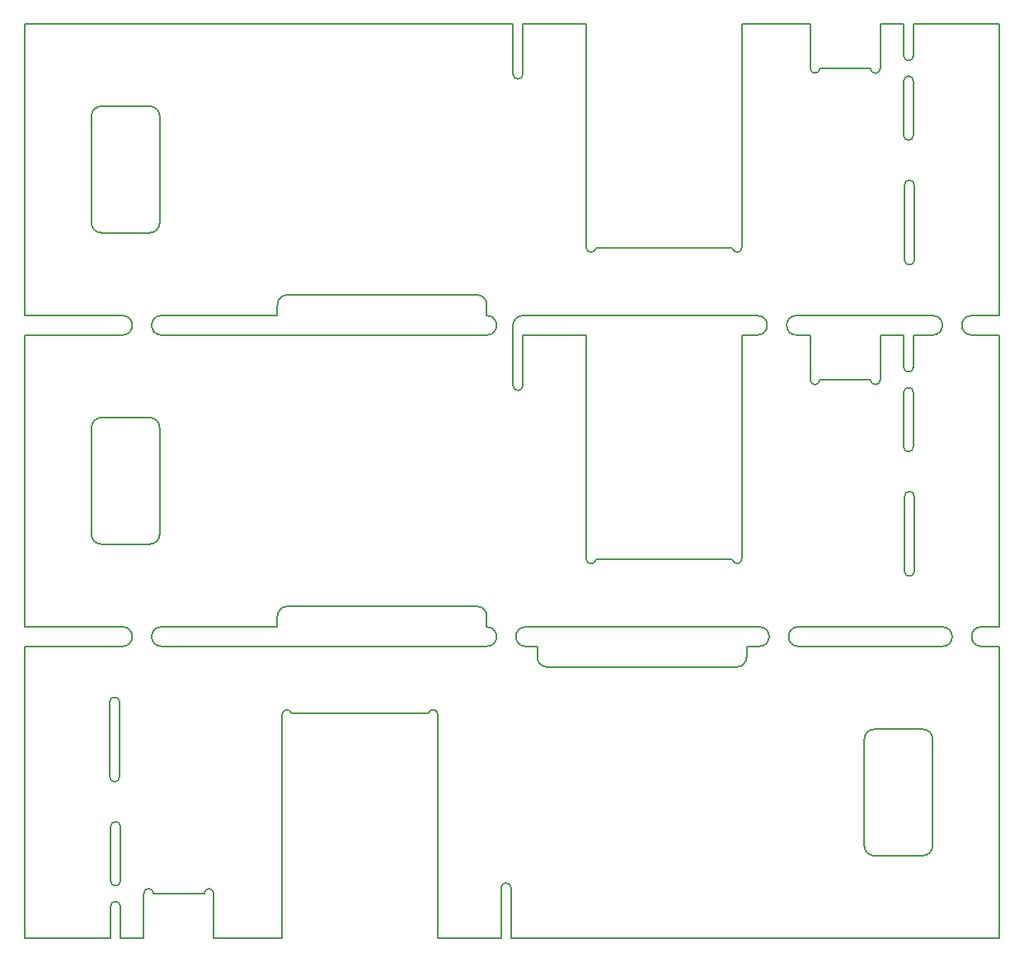
<source format=gbr>
G04 #@! TF.FileFunction,Profile,NP*
%FSLAX46Y46*%
G04 Gerber Fmt 4.6, Leading zero omitted, Abs format (unit mm)*
G04 Created by KiCad (PCBNEW (2016-05-02 BZR 6765, Git 2f87409)-product) date 2016-05-10 21:50:54*
%MOMM*%
%LPD*%
G01*
G04 APERTURE LIST*
%ADD10C,0.100000*%
%ADD11C,0.150000*%
G04 APERTURE END LIST*
D10*
D11*
X156200000Y-87000000D02*
X154610000Y-86990000D01*
X160200000Y-87000000D02*
X161610000Y-86990000D01*
X81000000Y-119000000D02*
X91000000Y-119000000D01*
X91000000Y-117000000D02*
X81000000Y-117000000D01*
X95000000Y-117000000D02*
X106910000Y-117000000D01*
X128400000Y-119000000D02*
X95000000Y-119000000D01*
X132400000Y-119000000D02*
X133590000Y-119000000D01*
X156400000Y-117000000D02*
X132400000Y-117000000D01*
X156400000Y-119000000D02*
X155090000Y-118990000D01*
X160400000Y-119000000D02*
X175200000Y-119000000D01*
X175200000Y-117000000D02*
X160400000Y-117000000D01*
X179200000Y-117000000D02*
X181000000Y-117000000D01*
X181000000Y-119000000D02*
X179200000Y-119000000D01*
X181000000Y-87000000D02*
X178200000Y-87000000D01*
X174200000Y-87000000D02*
X172210000Y-86990000D01*
X95000000Y-87000000D02*
X128400000Y-87000000D01*
X81000000Y-87000000D02*
X91000000Y-87000000D01*
X91000000Y-85000000D02*
X81000000Y-85000000D01*
X95000000Y-85000000D02*
X106910000Y-84980000D01*
X156200000Y-85000000D02*
X132110000Y-85000000D01*
X174200000Y-85000000D02*
X160200000Y-85000000D01*
X181000000Y-85000000D02*
X178200000Y-85000000D01*
X178200000Y-85000000D02*
G75*
G03X178200000Y-87000000I0J-1000000D01*
G01*
X174200000Y-87000000D02*
G75*
G03X174200000Y-85000000I0J1000000D01*
G01*
X179200000Y-117000000D02*
G75*
G03X179200000Y-119000000I0J-1000000D01*
G01*
X175200000Y-119000000D02*
G75*
G03X175200000Y-117000000I0J1000000D01*
G01*
X160400000Y-117000000D02*
G75*
G03X160400000Y-119000000I0J-1000000D01*
G01*
X156400000Y-119000000D02*
G75*
G03X156400000Y-117000000I0J1000000D01*
G01*
X160200000Y-85000000D02*
G75*
G03X160200000Y-87000000I0J-1000000D01*
G01*
X156200000Y-87000000D02*
G75*
G03X156200000Y-85000000I0J1000000D01*
G01*
X131100000Y-87000000D02*
X131100000Y-86000000D01*
X132100000Y-85000000D02*
G75*
G03X131100000Y-86000000I0J-1000000D01*
G01*
X128400000Y-87000000D02*
G75*
G03X128400000Y-85000000I0J1000000D01*
G01*
X132400000Y-117000000D02*
G75*
G03X132400000Y-119000000I0J-1000000D01*
G01*
X128400000Y-119000000D02*
G75*
G03X128400000Y-117000000I0J1000000D01*
G01*
X95000000Y-117000000D02*
G75*
G03X95000000Y-119000000I0J-1000000D01*
G01*
X95000000Y-85000000D02*
G75*
G03X95000000Y-87000000I0J-1000000D01*
G01*
X91000000Y-87000000D02*
G75*
G03X91000000Y-85000000I0J1000000D01*
G01*
X91000000Y-119000000D02*
G75*
G03X91000000Y-117000000I0J1000000D01*
G01*
X138610098Y-77980000D02*
G75*
G03X139620000Y-78080000I509902J0D01*
G01*
X153619710Y-78078058D02*
G75*
G03X154610000Y-77980000I490290J98058D01*
G01*
X161610000Y-59580000D02*
G75*
G03X162610000Y-59580000I500000J0D01*
G01*
X167810000Y-59580000D02*
G75*
G03X168810000Y-59580000I500000J0D01*
G01*
X106910000Y-83880000D02*
X106910000Y-84980000D01*
X127410000Y-82880000D02*
X107910000Y-82880000D01*
X128410000Y-83880000D02*
X128400000Y-85000000D01*
X128410000Y-83880000D02*
G75*
G03X127410000Y-82880000I-1000000J0D01*
G01*
X107910000Y-82880000D02*
G75*
G03X106910000Y-83880000I0J-1000000D01*
G01*
X132110000Y-54980000D02*
X138610000Y-54980000D01*
X131110000Y-60180000D02*
X131110000Y-54980000D01*
X132110000Y-60180000D02*
X132110000Y-54980000D01*
X131110000Y-60180000D02*
G75*
G03X132110000Y-60180000I500000J0D01*
G01*
X161610000Y-54980000D02*
X154610000Y-54980000D01*
X138610000Y-77980000D02*
X138610000Y-54980000D01*
X153620000Y-78080000D02*
X139620000Y-78080000D01*
X154610000Y-54980000D02*
X154610000Y-77980000D01*
X168810000Y-54980000D02*
X171210000Y-54980000D01*
X161610000Y-59580000D02*
X161610000Y-54980000D01*
X167810000Y-59580000D02*
X162610000Y-59580000D01*
X168810000Y-54980000D02*
X168810000Y-59580000D01*
X181000000Y-54990000D02*
X172210000Y-54980000D01*
X172210000Y-58280000D02*
X172210000Y-54980000D01*
X171210000Y-58280000D02*
X171210000Y-54980000D01*
X172210000Y-66480000D02*
X172210000Y-60880000D01*
X171210000Y-60880000D02*
X171210000Y-66480000D01*
X171310000Y-71580000D02*
X171310000Y-79280000D01*
X172310000Y-79280000D02*
X172310000Y-71580000D01*
X171310000Y-79280000D02*
G75*
G03X172310000Y-79280000I500000J0D01*
G01*
X172310000Y-71580000D02*
G75*
G03X171310000Y-71580000I-500000J0D01*
G01*
X171210000Y-58280000D02*
G75*
G03X172210000Y-58280000I500000J0D01*
G01*
X172210000Y-60880000D02*
G75*
G03X171210000Y-60880000I-500000J0D01*
G01*
X171210000Y-66480000D02*
G75*
G03X172210000Y-66480000I500000J0D01*
G01*
X87810000Y-75480000D02*
G75*
G03X88810000Y-76480000I1000000J0D01*
G01*
X93810000Y-76480000D02*
G75*
G03X94810000Y-75480000I0J1000000D01*
G01*
X94810000Y-64480000D02*
G75*
G03X93810000Y-63480000I-1000000J0D01*
G01*
X88810000Y-63480000D02*
G75*
G03X87810000Y-64480000I0J-1000000D01*
G01*
X87810000Y-75480000D02*
X87810000Y-64480000D01*
X93810000Y-76480000D02*
X88810000Y-76480000D01*
X94810000Y-64480000D02*
X94810000Y-75480000D01*
X88810000Y-63480000D02*
X93810000Y-63480000D01*
X81000000Y-54990000D02*
X81000000Y-84990000D01*
X131110000Y-54980000D02*
X81000000Y-54990000D01*
X181000000Y-84990000D02*
X181000000Y-54990000D01*
X138610098Y-109990000D02*
G75*
G03X139620000Y-110090000I509902J0D01*
G01*
X153619710Y-110088058D02*
G75*
G03X154610000Y-109990000I490290J98058D01*
G01*
X161610000Y-91590000D02*
G75*
G03X162610000Y-91590000I500000J0D01*
G01*
X167810000Y-91590000D02*
G75*
G03X168810000Y-91590000I500000J0D01*
G01*
X106910000Y-115890000D02*
X106910000Y-117000000D01*
X127410000Y-114890000D02*
X107910000Y-114890000D01*
X128410000Y-115890000D02*
X128410000Y-116990000D01*
X128410000Y-115890000D02*
G75*
G03X127410000Y-114890000I-1000000J0D01*
G01*
X107910000Y-114890000D02*
G75*
G03X106910000Y-115890000I0J-1000000D01*
G01*
X132110000Y-86990000D02*
X138610000Y-86990000D01*
X131110000Y-92190000D02*
X131110000Y-86990000D01*
X132110000Y-92190000D02*
X132110000Y-86990000D01*
X131110000Y-92190000D02*
G75*
G03X132110000Y-92190000I500000J0D01*
G01*
X138610000Y-109990000D02*
X138610000Y-86990000D01*
X153620000Y-110090000D02*
X139620000Y-110090000D01*
X154610000Y-86990000D02*
X154610000Y-109990000D01*
X168810000Y-86990000D02*
X171210000Y-86990000D01*
X161610000Y-91590000D02*
X161610000Y-86990000D01*
X167810000Y-91590000D02*
X162610000Y-91590000D01*
X168810000Y-86990000D02*
X168810000Y-91590000D01*
X172210000Y-90290000D02*
X172210000Y-86990000D01*
X171210000Y-90290000D02*
X171210000Y-86990000D01*
X172210000Y-98490000D02*
X172210000Y-92890000D01*
X171210000Y-92890000D02*
X171210000Y-98490000D01*
X171310000Y-103590000D02*
X171310000Y-111290000D01*
X172310000Y-111290000D02*
X172310000Y-103590000D01*
X171310000Y-111290000D02*
G75*
G03X172310000Y-111290000I500000J0D01*
G01*
X172310000Y-103590000D02*
G75*
G03X171310000Y-103590000I-500000J0D01*
G01*
X171210000Y-90290000D02*
G75*
G03X172210000Y-90290000I500000J0D01*
G01*
X172210000Y-92890000D02*
G75*
G03X171210000Y-92890000I-500000J0D01*
G01*
X171210000Y-98490000D02*
G75*
G03X172210000Y-98490000I500000J0D01*
G01*
X87810000Y-107490000D02*
G75*
G03X88810000Y-108490000I1000000J0D01*
G01*
X93810000Y-108490000D02*
G75*
G03X94810000Y-107490000I0J1000000D01*
G01*
X94810000Y-96490000D02*
G75*
G03X93810000Y-95490000I-1000000J0D01*
G01*
X88810000Y-95490000D02*
G75*
G03X87810000Y-96490000I0J-1000000D01*
G01*
X87810000Y-107490000D02*
X87810000Y-96490000D01*
X93810000Y-108490000D02*
X88810000Y-108490000D01*
X94810000Y-96490000D02*
X94810000Y-107490000D01*
X88810000Y-95490000D02*
X93810000Y-95490000D01*
X81000000Y-87000000D02*
X81000000Y-117000000D01*
X181000000Y-117000000D02*
X181000000Y-87000000D01*
X123389902Y-126020000D02*
G75*
G03X122380000Y-125920000I-509902J0D01*
G01*
X108380290Y-125921942D02*
G75*
G03X107390000Y-126020000I-490290J-98058D01*
G01*
X100390000Y-144420000D02*
G75*
G03X99390000Y-144420000I-500000J0D01*
G01*
X94190000Y-144420000D02*
G75*
G03X93190000Y-144420000I-500000J0D01*
G01*
X155090000Y-120120000D02*
X155090000Y-118990000D01*
X134590000Y-121120000D02*
X154090000Y-121120000D01*
X133590000Y-120120000D02*
X133590000Y-119000000D01*
X133590000Y-120120000D02*
G75*
G03X134590000Y-121120000I1000000J0D01*
G01*
X154090000Y-121120000D02*
G75*
G03X155090000Y-120120000I0J1000000D01*
G01*
X129890000Y-149020000D02*
X123390000Y-149020000D01*
X130890000Y-143820000D02*
X130890000Y-149020000D01*
X129890000Y-143820000D02*
X129890000Y-149020000D01*
X130890000Y-143820000D02*
G75*
G03X129890000Y-143820000I-500000J0D01*
G01*
X100390000Y-149020000D02*
X107390000Y-149020000D01*
X123390000Y-126020000D02*
X123390000Y-149020000D01*
X108380000Y-125920000D02*
X122380000Y-125920000D01*
X107390000Y-149020000D02*
X107390000Y-126020000D01*
X93190000Y-149020000D02*
X90790000Y-149020000D01*
X100390000Y-144420000D02*
X100390000Y-149020000D01*
X94190000Y-144420000D02*
X99390000Y-144420000D01*
X93190000Y-149020000D02*
X93190000Y-144420000D01*
X81000000Y-149010000D02*
X89790000Y-149020000D01*
X89790000Y-145720000D02*
X89790000Y-149020000D01*
X90790000Y-145720000D02*
X90790000Y-149020000D01*
X89790000Y-137520000D02*
X89790000Y-143120000D01*
X90790000Y-143120000D02*
X90790000Y-137520000D01*
X90690000Y-132420000D02*
X90690000Y-124720000D01*
X89690000Y-124720000D02*
X89690000Y-132420000D01*
X90690000Y-124720000D02*
G75*
G03X89690000Y-124720000I-500000J0D01*
G01*
X89690000Y-132420000D02*
G75*
G03X90690000Y-132420000I500000J0D01*
G01*
X90790000Y-145720000D02*
G75*
G03X89790000Y-145720000I-500000J0D01*
G01*
X89790000Y-143120000D02*
G75*
G03X90790000Y-143120000I500000J0D01*
G01*
X90790000Y-137520000D02*
G75*
G03X89790000Y-137520000I-500000J0D01*
G01*
X174190000Y-128520000D02*
G75*
G03X173190000Y-127520000I-1000000J0D01*
G01*
X168190000Y-127520000D02*
G75*
G03X167190000Y-128520000I0J-1000000D01*
G01*
X167190000Y-139520000D02*
G75*
G03X168190000Y-140520000I1000000J0D01*
G01*
X173190000Y-140520000D02*
G75*
G03X174190000Y-139520000I0J1000000D01*
G01*
X174190000Y-128520000D02*
X174190000Y-139520000D01*
X168190000Y-127520000D02*
X173190000Y-127520000D01*
X167190000Y-139520000D02*
X167190000Y-128520000D01*
X173190000Y-140520000D02*
X168190000Y-140520000D01*
X181000000Y-149010000D02*
X181000000Y-119010000D01*
X130890000Y-149020000D02*
X181000000Y-149010000D01*
X81000000Y-119010000D02*
X81000000Y-149010000D01*
M02*

</source>
